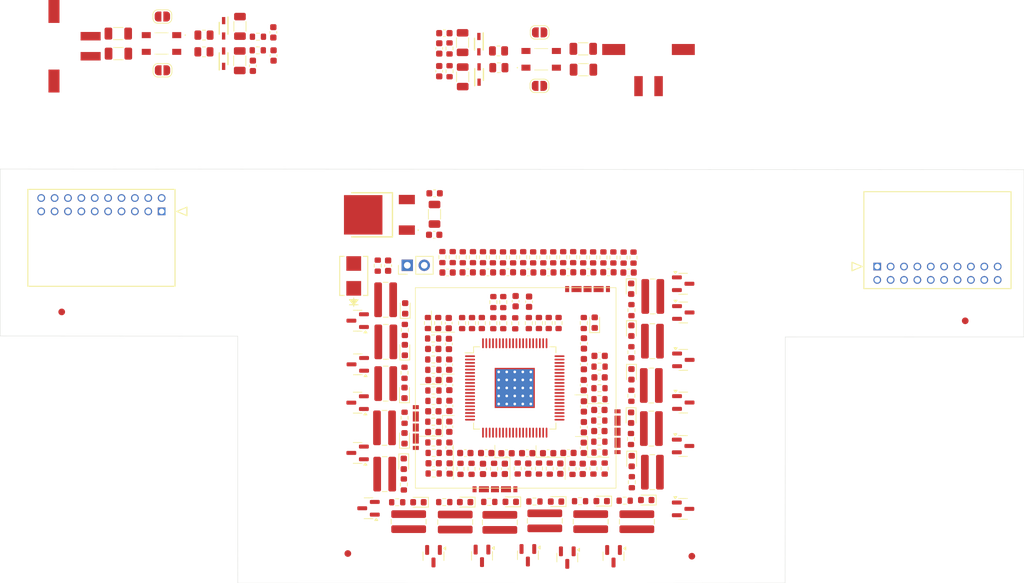
<source format=kicad_pcb>
(kicad_pcb
	(version 20240108)
	(generator "pcbnew")
	(generator_version "8.0")
	(general
		(thickness 1.6)
		(legacy_teardrops no)
	)
	(paper "A4")
	(layers
		(0 "F.Cu" signal)
		(1 "In1.Cu" signal)
		(2 "In2.Cu" signal)
		(31 "B.Cu" signal)
		(32 "B.Adhes" user "B.Adhesive")
		(33 "F.Adhes" user "F.Adhesive")
		(34 "B.Paste" user)
		(35 "F.Paste" user)
		(36 "B.SilkS" user "B.Silkscreen")
		(37 "F.SilkS" user "F.Silkscreen")
		(38 "B.Mask" user)
		(39 "F.Mask" user)
		(40 "Dwgs.User" user "User.Drawings")
		(41 "Cmts.User" user "User.Comments")
		(42 "Eco1.User" user "User.Eco1")
		(43 "Eco2.User" user "User.Eco2")
		(44 "Edge.Cuts" user)
		(45 "Margin" user)
		(46 "B.CrtYd" user "B.Courtyard")
		(47 "F.CrtYd" user "F.Courtyard")
		(48 "B.Fab" user)
		(49 "F.Fab" user)
		(50 "User.1" user)
		(51 "User.2" user)
		(52 "User.3" user)
		(53 "User.4" user)
		(54 "User.5" user)
		(55 "User.6" user)
		(56 "User.7" user)
		(57 "User.8" user)
		(58 "User.9" user)
	)
	(setup
		(stackup
			(layer "F.SilkS"
				(type "Top Silk Screen")
			)
			(layer "F.Paste"
				(type "Top Solder Paste")
			)
			(layer "F.Mask"
				(type "Top Solder Mask")
				(thickness 0.01)
			)
			(layer "F.Cu"
				(type "copper")
				(thickness 0.035)
			)
			(layer "dielectric 1"
				(type "prepreg")
				(thickness 0.1)
				(material "FR4")
				(epsilon_r 4.5)
				(loss_tangent 0.02)
			)
			(layer "In1.Cu"
				(type "copper")
				(thickness 0.035)
			)
			(layer "dielectric 2"
				(type "core")
				(thickness 1.24)
				(material "FR4")
				(epsilon_r 4.5)
				(loss_tangent 0.02)
			)
			(layer "In2.Cu"
				(type "copper")
				(thickness 0.035)
			)
			(layer "dielectric 3"
				(type "prepreg")
				(thickness 0.1)
				(material "FR4")
				(epsilon_r 4.5)
				(loss_tangent 0.02)
			)
			(layer "B.Cu"
				(type "copper")
				(thickness 0.035)
			)
			(layer "B.Mask"
				(type "Bottom Solder Mask")
				(thickness 0.01)
			)
			(layer "B.Paste"
				(type "Bottom Solder Paste")
			)
			(layer "B.SilkS"
				(type "Bottom Silk Screen")
			)
			(copper_finish "None")
			(dielectric_constraints no)
		)
		(pad_to_mask_clearance 0)
		(allow_soldermask_bridges_in_footprints no)
		(pcbplotparams
			(layerselection 0x00010fc_ffffffff)
			(plot_on_all_layers_selection 0x0000000_00000000)
			(disableapertmacros no)
			(usegerberextensions no)
			(usegerberattributes yes)
			(usegerberadvancedattributes yes)
			(creategerberjobfile yes)
			(dashed_line_dash_ratio 12.000000)
			(dashed_line_gap_ratio 3.000000)
			(svgprecision 4)
			(plotframeref no)
			(viasonmask no)
			(mode 1)
			(useauxorigin no)
			(hpglpennumber 1)
			(hpglpenspeed 20)
			(hpglpendiameter 15.000000)
			(pdf_front_fp_property_popups yes)
			(pdf_back_fp_property_popups yes)
			(dxfpolygonmode yes)
			(dxfimperialunits yes)
			(dxfusepcbnewfont yes)
			(psnegative no)
			(psa4output no)
			(plotreference yes)
			(plotvalue yes)
			(plotfptext yes)
			(plotinvisibletext no)
			(sketchpadsonfab no)
			(subtractmaskfromsilk no)
			(outputformat 1)
			(mirror no)
			(drillshape 1)
			(scaleselection 1)
			(outputdirectory "")
		)
	)
	(net 0 "")
	(net 1 "/FilterBalancingNetwork/CB")
	(net 2 "/FilterBalancingNetwork/CB:A")
	(net 3 "/FilterBalancingNetwork/CA")
	(net 4 "/Cell 15{slash}16")
	(net 5 "/FilterBalancingNetwork/SBP")
	(net 6 "/Cell 15{slash}14")
	(net 7 "/FilterBalancingNetwork/SAP")
	(net 8 "/FilterBalancingNetwork1/CB:A")
	(net 9 "/FilterBalancingNetwork1/CB")
	(net 10 "/FilterBalancingNetwork1/CA")
	(net 11 "/Cell 14{slash}13")
	(net 12 "/FilterBalancingNetwork1/SBP")
	(net 13 "/Cell 13{slash}12")
	(net 14 "/FilterBalancingNetwork1/SAP")
	(net 15 "/FilterBalancingNetwork2/CB:A")
	(net 16 "/FilterBalancingNetwork2/CB")
	(net 17 "/FilterBalancingNetwork2/CA")
	(net 18 "/Cell 12{slash}11")
	(net 19 "/FilterBalancingNetwork2/SBP")
	(net 20 "/FilterBalancingNetwork2/SAP")
	(net 21 "/Cell 11{slash}10")
	(net 22 "/FilterBalancingNetwork3/CB:A")
	(net 23 "/FilterBalancingNetwork3/CB")
	(net 24 "/FilterBalancingNetwork3/CA")
	(net 25 "/FilterBalancingNetwork3/SBP")
	(net 26 "/Cell 10{slash}9")
	(net 27 "/FilterBalancingNetwork3/SAP")
	(net 28 "/Cell 9{slash}8")
	(net 29 "/FilterBalancingNetwork4/CB:A")
	(net 30 "/FilterBalancingNetwork4/CB")
	(net 31 "/FilterBalancingNetwork4/CA")
	(net 32 "/FilterBalancingNetwork4/SBP")
	(net 33 "/Cell 8{slash}7")
	(net 34 "/Cell 7{slash}6")
	(net 35 "/FilterBalancingNetwork4/SAP")
	(net 36 "/FilterBalancingNetwork5/CB:A")
	(net 37 "/FilterBalancingNetwork5/CB")
	(net 38 "/FilterBalancingNetwork5/CA")
	(net 39 "/FilterBalancingNetwork5/SBP")
	(net 40 "/Cell 6{slash}5")
	(net 41 "/Cell 5{slash}4")
	(net 42 "/FilterBalancingNetwork5/SAP")
	(net 43 "/FilterBalancingNetwork6/CB")
	(net 44 "/FilterBalancingNetwork6/CB:A")
	(net 45 "/FilterBalancingNetwork6/CA")
	(net 46 "/FilterBalancingNetwork6/SBP")
	(net 47 "/Cell 4{slash}3")
	(net 48 "/Cell 3{slash}2")
	(net 49 "/FilterBalancingNetwork6/SAP")
	(net 50 "/FilterBalancingNetwork7/CB:A")
	(net 51 "/FilterBalancingNetwork7/CB")
	(net 52 "/FilterBalancingNetwork7/CA")
	(net 53 "/FilterBalancingNetwork7/SBP")
	(net 54 "/Cell 2{slash}1")
	(net 55 "GND")
	(net 56 "/FilterBalancingNetwork7/SAP")
	(net 57 "Net-(U1-V+)")
	(net 58 "Net-(U1-DRIVE)")
	(net 59 "Net-(U1-VREF1)")
	(net 60 "+5V")
	(net 61 "Net-(Q1-C)")
	(net 62 "Net-(U1-VREF2)")
	(net 63 "Net-(U1-IPB)")
	(net 64 "Net-(U1-CSB(IMA))")
	(net 65 "Net-(U1-IMB)")
	(net 66 "Net-(U1-SCK(IPA))")
	(net 67 "Net-(C11-Pad2)")
	(net 68 "Net-(C12-Pad2)")
	(net 69 "Net-(J10-Pin_2)")
	(net 70 "Net-(J10-Pin_1)")
	(net 71 "Net-(J11-Pin_2)")
	(net 72 "Clamp")
	(net 73 "Net-(J11-Pin_1)")
	(net 74 "Net-(D4-A2)")
	(net 75 "Net-(D5-A2)")
	(net 76 "Net-(D6-A2)")
	(net 77 "Net-(D7-A2)")
	(net 78 "Net-(D18-A)")
	(net 79 "Net-(D21-A)")
	(net 80 "Net-(D22-A)")
	(net 81 "Net-(D8-A)")
	(net 82 "Net-(D9-A)")
	(net 83 "Net-(D10-A)")
	(net 84 "Net-(D25-A)")
	(net 85 "Net-(D26-A)")
	(net 86 "Net-(D13-A)")
	(net 87 "Net-(D14-A)")
	(net 88 "Net-(D29-A)")
	(net 89 "Net-(D30-A)")
	(net 90 "Net-(D17-A)")
	(net 91 "Net-(Q1-E)")
	(net 92 "Net-(Q1-B)")
	(net 93 "VBUS")
	(net 94 "Net-(D33-A)")
	(net 95 "Net-(D34-A)")
	(net 96 "Net-(D37-A)")
	(net 97 "Net-(D38-A)")
	(net 98 "Net-(J5-Pin_2)")
	(net 99 "Net-(J5-Pin_9)")
	(net 100 "Net-(J5-Pin_8)")
	(net 101 "/TMP_SDA")
	(net 102 "Net-(J5-Pin_3)")
	(net 103 "/TMP_SCL")
	(net 104 "Net-(J5-Pin_4)")
	(net 105 "Net-(J5-Pin_10)")
	(net 106 "Net-(J5-Pin_1)")
	(net 107 "Net-(J5-Pin_5)")
	(net 108 "Net-(J5-Pin_7)")
	(net 109 "Net-(J5-Pin_6)")
	(net 110 "Net-(U1-GPIO1)")
	(net 111 "Net-(U1-GPIO2)")
	(net 112 "Net-(U1-GPIO3)")
	(net 113 "Net-(U1-GPIO6)")
	(net 114 "Net-(U1-GPIO7)")
	(net 115 "Net-(U1-GPIO8)")
	(net 116 "Net-(U1-GPIO9)")
	(net 117 "Net-(U1-GPIO10)")
	(net 118 "Net-(R87-Pad2)")
	(net 119 "/NTC/V_out_1")
	(net 120 "/NTC/V_out_5")
	(net 121 "/NTC/V_out_2")
	(net 122 "/NTC/V_out_6")
	(net 123 "/NTC/V_out_3")
	(net 124 "/NTC/V_out_7")
	(net 125 "/NTC/V_out_4")
	(net 126 "/NTC/V_out_8")
	(net 127 "/NTC/V_out_9")
	(net 128 "/NTC/V_out_10")
	(net 129 "Net-(JP4-B)")
	(net 130 "Net-(JP1-B)")
	(net 131 "Net-(JP3-B)")
	(net 132 "Net-(JP2-B)")
	(net 133 "Net-(JP4-A)")
	(net 134 "Net-(JP1-A)")
	(net 135 "Net-(JP2-A)")
	(net 136 "Net-(JP3-A)")
	(net 137 "Net-(R85-Pad2)")
	(net 138 "Net-(R86-Pad2)")
	(net 139 "Net-(R88-Pad2)")
	(net 140 "Net-(R93-Pad2)")
	(net 141 "Net-(R95-Pad2)")
	(net 142 "Net-(R94-Pad2)")
	(net 143 "Net-(R102-Pad2)")
	(net 144 "Net-(R100-Pad1)")
	(net 145 "Net-(R101-Pad2)")
	(net 146 "unconnected-(U1-NC-Pad66)")
	(net 147 "GND1")
	(net 148 "+5V_NTC")
	(footprint "Resistor_SMD:R_0603_1608Metric" (layer "F.Cu") (at 132.4075 128.072258))
	(footprint "Resistor_SMD:R_0805_2012Metric" (layer "F.Cu") (at 103.515 60.69 180))
	(footprint "Capacitor_SMD:C_0603_1608Metric" (layer "F.Cu") (at 139.455 57.9))
	(footprint "Capacitor_SMD:C_0603_1608Metric" (layer "F.Cu") (at 139.9375 93.702258))
	(footprint "Resistor_SMD:R_0603_1608Metric" (layer "F.Cu") (at 161.7375 123.032258 90))
	(footprint "Resistor_SMD:R_1206_3216Metric" (layer "F.Cu") (at 137.9815 84.989759 -90))
	(footprint "Resistor_SMD:R_1020_2550Metric" (layer "F.Cu") (at 170.3975 117.052258 180))
	(footprint "LED_SMD:LED_0603_1608Metric" (layer "F.Cu") (at 161.9275 101.202258 90))
	(footprint "Slave:SMBJ75A-13-F" (layer "F.Cu") (at 125.9075 94.212258 90))
	(footprint "Capacitor_SMD:C_0603_1608Metric" (layer "F.Cu") (at 148.9525 93.667258))
	(footprint "Capacitor_SMD:C_0603_1608Metric" (layer "F.Cu") (at 140.1975 110.532258 -90))
	(footprint "Resistor_SMD:R_0603_1608Metric" (layer "F.Cu") (at 137.8075 116.022258))
	(footprint "Resistor_SMD:R_1020_2550Metric" (layer "F.Cu") (at 170.5475 123.572258 180))
	(footprint "Package_TO_SOT_SMD:SOT-23" (layer "F.Cu") (at 126.5175 107.442258 180))
	(footprint "Resistor_SMD:R_0603_1608Metric" (layer "F.Cu") (at 139.1575 91.402258 -90))
	(footprint "Resistor_SMD:R_0603_1608Metric" (layer "F.Cu") (at 150.4175 123.022258 90))
	(footprint "Resistor_SMD:R_0603_1608Metric" (layer "F.Cu") (at 140.235 63.59 -90))
	(footprint "Package_TO_SOT_SMD:SOT-23" (layer "F.Cu") (at 175.1475 95.382258))
	(footprint "Resistor_SMD:R_0603_1608Metric" (layer "F.Cu") (at 152.0775 101.272258 90))
	(footprint "LED_SMD:LED_0603_1608Metric" (layer "F.Cu") (at 167.3775 96.132258 -90))
	(footprint "Jumper:SolderJumper-2_P1.3mm_Open_RoundedPad1.0x1.5mm" (layer "F.Cu") (at 153.67 65.78))
	(footprint "Resistor_SMD:R_0603_1608Metric" (layer "F.Cu") (at 146.1675 128.022258))
	(footprint "Resistor_SMD:R_0603_1608Metric" (layer "F.Cu") (at 142.1075 101.272258 90))
	(footprint "Inductor_SMD:L_0603_1608Metric" (layer "F.Cu") (at 137.9955 81.85476))
	(footprint "LED_SMD:LED_0603_1608Metric" (layer "F.Cu") (at 169.6275 127.742258 180))
	(footprint "Package_TO_SOT_SMD:SOT-23" (layer "F.Cu") (at 126.4875 120.692258 180))
	(footprint "Capacitor_SMD:C_0603_1608Metric" (layer "F.Cu") (at 140.2075 113.652258 -90))
	(footprint "Resistor_SMD:R_0603_1608Metric" (layer "F.Cu") (at 139.4375 128.052258))
	(footprint "Capacitor_SMD:C_1206_3216Metric" (layer "F.Cu") (at 160.245 63.36))
	(footprint "Resistor_SMD:R_0603_1608Metric" (layer "F.Cu") (at 133.5475 102.292258 -90))
	(footprint "Slave:MJD31CAJ" (layer "F.Cu") (at 129.7475 85.072258 90))
	(footprint "Capacitor_SMD:C_0603_1608Metric" (layer "F.Cu") (at 113.89 57.775 90))
	(footprint "Resistor_SMD:R_0603_1608Metric" (layer "F.Cu") (at 167.4075 112.142258 90))
	(footprint "Capacitor_SMD:C_1206_3216Metric" (layer "F.Cu") (at 90.715 57.96))
	(footprint "Resistor_SMD:R_0603_1608Metric" (layer "F.Cu") (at 158.7075 91.412258 90))
	(footprint "Resistor_SMD:R_0603_1608Metric" (layer "F.Cu") (at 133.4975 108.702258 -90))
	(footprint "Resistor_SMD:R_0805_2012Metric" (layer "F.Cu") (at 103.525 58.19 180))
	(footprint "Capacitor_SMD:C_0603_1608Metric" (layer "F.Cu") (at 151.8375 120.732258))
	(footprint "Resistor_SMD:R_1020_2550Metric" (layer "F.Cu") (at 147.7475 131.082258 90))
	(footprint "Capacitor_SMD:C_0603_1608Metric"
		(layer "F.Cu")
		(uuid "3c2bf962-f38a-441a-a173-f87e750bec30")
		(at 160.2875 119.927258 -90)
		(descr "Capacitor SMD 0603 (1608 Metric), square (rectangular) end terminal, IPC_7351 nominal, (Body size source: IPC-SM-782 page 76, https://www.pcb-3d.com/wordpress/wp-content/uploads/ipc-sm-782a_amendment_1_and_2.pdf), generated with kicad-footprint-generator")
		(tags "capacitor")
		(property "Reference" "C40"
			(at -0.03 -0.01 90)
			(layer "F.SilkS")
			(hide yes)
			(uuid "c2db4218-fdaa-45a6-a2dd-6c9578ff3986")
			(effects
				(font
					(size 1 1)
					(thickness 0.15)
				)
			)
		)
		(property "Value" "150n"
			(at 0 1.43 90)
			(layer "F.Fab")
			(hide yes)
			(uuid "96cde4b7-3ff1-4e79-bcb1-774ee390019a")
			(effects
				(font
					(size 1 1)
					(thickness 0.15)
				)
			)
		)
		(property "Footprint" "Capacitor_SMD:C_0603_1608Metric"
			(at 0 0 -90)
			(unlocked yes)
			(layer "F.Fab")
			(hide yes)
			(uuid "cf0011ef-f6c0-46d3-ab0b-03a600942ac8")
			(effects
				(font
					(size 1.27 1.27)
				)
			)
		)
		(property "Datasheet" ""
			(at 0 0 -90)
			(unlocked yes)
			(layer "F.Fab")
			(hide yes)
			(uuid "a38de12a-93ac-40ab-a110-0a20b8c8e4c5")
			(effects
				(font
					(size 1.27 1.27)
				)
			)
		)
		(property "Description" ""
			(at 0 0 -90)
			(unlocked yes)
			(laye
... [891158 chars truncated]
</source>
